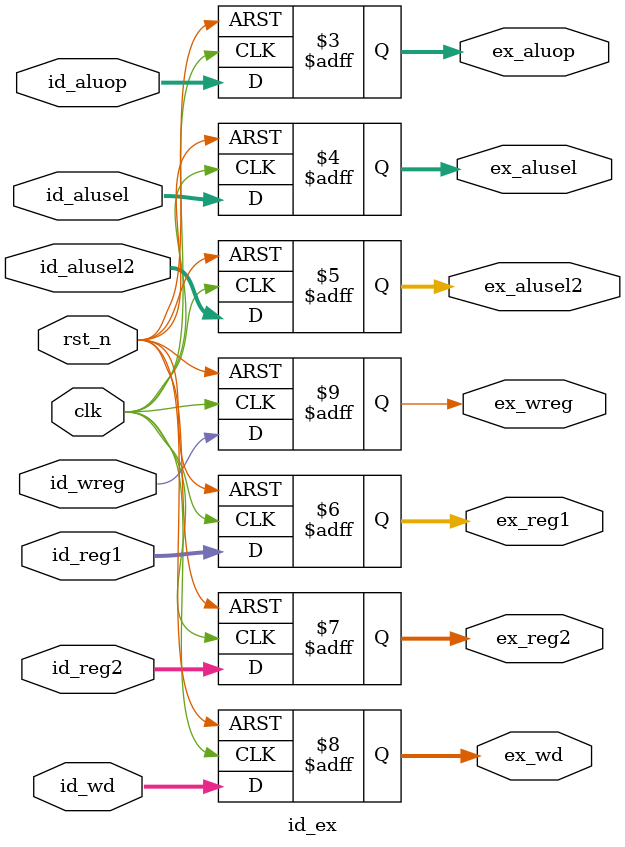
<source format=v>
`timescale 1ns / 1ps


module id_ex(
        input                clk,
        input                rst_n,
        
        input [6:0]          id_aluop,
        input [2:0]          id_alusel,
        input [6:0]          id_alusel2,
        input [31:0]         id_reg1,
        input [31:0]         id_reg2,
        input [4:0]          id_wd,
        input                id_wreg,               //Ä¿µÄ¼Ä´æÆ÷Ê¹ÄÜ
        
        output reg [6:0]     ex_aluop,
        output reg [2:0]     ex_alusel,
        output reg [6:0]     ex_alusel2,
        output reg [31:0]    ex_reg1,
        output reg [31:0]    ex_reg2,
        output reg [4:0]     ex_wd,
        output reg           ex_wreg
    );
    
always @ (posedge clk or negedge rst_n) begin
    if(~rst_n) begin
        ex_aluop <= 0;
        ex_alusel <= 0;
        ex_alusel2 <= 0;
        ex_reg1 <= 0;
        ex_reg2 <= 0;
        ex_wd <= 0;
        ex_wreg <= 0;
    end
    else begin
        ex_aluop <= id_aluop;
        ex_alusel <= id_alusel;
        ex_alusel2 <= id_alusel2;
        ex_reg1 <= id_reg1;
        ex_reg2 <= id_reg2;
        ex_wd <= id_wd;
        ex_wreg <= id_wreg;   
    end
end
endmodule

</source>
